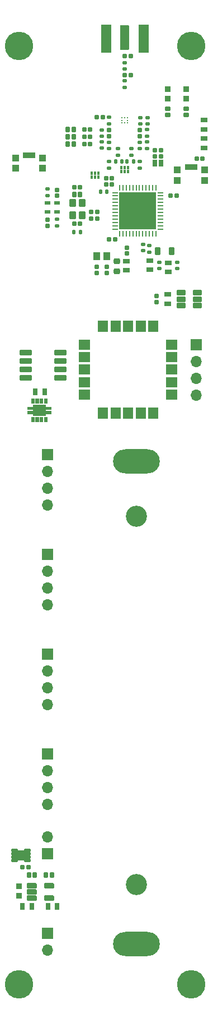
<source format=gbr>
%TF.GenerationSoftware,KiCad,Pcbnew,8.0.3*%
%TF.CreationDate,2024-07-11T13:48:36-07:00*%
%TF.ProjectId,radioboard_dev,72616469-6f62-46f6-9172-645f6465762e,rev?*%
%TF.SameCoordinates,Original*%
%TF.FileFunction,Soldermask,Top*%
%TF.FilePolarity,Negative*%
%FSLAX46Y46*%
G04 Gerber Fmt 4.6, Leading zero omitted, Abs format (unit mm)*
G04 Created by KiCad (PCBNEW 8.0.3) date 2024-07-11 13:48:36*
%MOMM*%
%LPD*%
G01*
G04 APERTURE LIST*
G04 Aperture macros list*
%AMRoundRect*
0 Rectangle with rounded corners*
0 $1 Rounding radius*
0 $2 $3 $4 $5 $6 $7 $8 $9 X,Y pos of 4 corners*
0 Add a 4 corners polygon primitive as box body*
4,1,4,$2,$3,$4,$5,$6,$7,$8,$9,$2,$3,0*
0 Add four circle primitives for the rounded corners*
1,1,$1+$1,$2,$3*
1,1,$1+$1,$4,$5*
1,1,$1+$1,$6,$7*
1,1,$1+$1,$8,$9*
0 Add four rect primitives between the rounded corners*
20,1,$1+$1,$2,$3,$4,$5,0*
20,1,$1+$1,$4,$5,$6,$7,0*
20,1,$1+$1,$6,$7,$8,$9,0*
20,1,$1+$1,$8,$9,$2,$3,0*%
G04 Aperture macros list end*
%ADD10C,0.010000*%
%ADD11RoundRect,0.102000X0.450000X0.650000X-0.450000X0.650000X-0.450000X-0.650000X0.450000X-0.650000X0*%
%ADD12RoundRect,0.059250X0.422750X0.177750X-0.422750X0.177750X-0.422750X-0.177750X0.422750X-0.177750X0*%
%ADD13RoundRect,0.140000X-0.170000X0.140000X-0.170000X-0.140000X0.170000X-0.140000X0.170000X0.140000X0*%
%ADD14RoundRect,0.050000X-0.320000X0.445000X-0.320000X-0.445000X0.320000X-0.445000X0.320000X0.445000X0*%
%ADD15RoundRect,0.140000X0.170000X-0.140000X0.170000X0.140000X-0.170000X0.140000X-0.170000X-0.140000X0*%
%ADD16RoundRect,0.050000X0.255000X-0.280000X0.255000X0.280000X-0.255000X0.280000X-0.255000X-0.280000X0*%
%ADD17RoundRect,0.147500X0.172500X-0.147500X0.172500X0.147500X-0.172500X0.147500X-0.172500X-0.147500X0*%
%ADD18RoundRect,0.140000X0.140000X0.170000X-0.140000X0.170000X-0.140000X-0.170000X0.140000X-0.170000X0*%
%ADD19RoundRect,0.050000X-0.255000X0.280000X-0.255000X-0.280000X0.255000X-0.280000X0.255000X0.280000X0*%
%ADD20RoundRect,0.050000X0.150000X0.200000X-0.150000X0.200000X-0.150000X-0.200000X0.150000X-0.200000X0*%
%ADD21RoundRect,0.050000X-0.255000X0.350000X-0.255000X-0.350000X0.255000X-0.350000X0.255000X0.350000X0*%
%ADD22RoundRect,0.050000X-0.635000X1.800000X-0.635000X-1.800000X0.635000X-1.800000X0.635000X1.800000X0*%
%ADD23RoundRect,0.050000X-0.675000X2.100000X-0.675000X-2.100000X0.675000X-2.100000X0.675000X2.100000X0*%
%ADD24RoundRect,0.050000X-0.280000X-0.255000X0.280000X-0.255000X0.280000X0.255000X-0.280000X0.255000X0*%
%ADD25R,0.990600X1.244600*%
%ADD26RoundRect,0.147500X-0.172500X0.147500X-0.172500X-0.147500X0.172500X-0.147500X0.172500X0.147500X0*%
%ADD27R,1.700000X1.700000*%
%ADD28O,1.700000X1.700000*%
%ADD29RoundRect,0.050000X0.255000X-0.350000X0.255000X0.350000X-0.255000X0.350000X-0.255000X-0.350000X0*%
%ADD30RoundRect,0.218750X0.256250X-0.218750X0.256250X0.218750X-0.256250X0.218750X-0.256250X-0.218750X0*%
%ADD31RoundRect,0.050000X0.445000X0.320000X-0.445000X0.320000X-0.445000X-0.320000X0.445000X-0.320000X0*%
%ADD32RoundRect,0.135000X0.185000X-0.135000X0.185000X0.135000X-0.185000X0.135000X-0.185000X-0.135000X0*%
%ADD33R,1.803400X1.498600*%
%ADD34R,1.498600X1.803400*%
%ADD35C,3.200000*%
%ADD36O,7.084000X3.644000*%
%ADD37RoundRect,0.050000X-0.500000X-0.320000X0.500000X-0.320000X0.500000X0.320000X-0.500000X0.320000X0*%
%ADD38RoundRect,0.050000X0.320000X-0.445000X0.320000X0.445000X-0.320000X0.445000X-0.320000X-0.445000X0*%
%ADD39RoundRect,0.050000X-0.450000X-0.500000X0.450000X-0.500000X0.450000X0.500000X-0.450000X0.500000X0*%
%ADD40RoundRect,0.050000X-0.850000X-0.400000X0.850000X-0.400000X0.850000X0.400000X-0.850000X0.400000X0*%
%ADD41RoundRect,0.050000X0.280000X0.255000X-0.280000X0.255000X-0.280000X-0.255000X0.280000X-0.255000X0*%
%ADD42RoundRect,0.140000X-0.140000X-0.170000X0.140000X-0.170000X0.140000X0.170000X-0.140000X0.170000X0*%
%ADD43RoundRect,0.050000X0.400000X-0.400000X0.400000X0.400000X-0.400000X0.400000X-0.400000X-0.400000X0*%
%ADD44RoundRect,0.050000X0.400000X0.400000X-0.400000X0.400000X-0.400000X-0.400000X0.400000X-0.400000X0*%
%ADD45R,0.254000X0.254000*%
%ADD46C,4.300000*%
%ADD47R,0.863600X0.609600*%
%ADD48RoundRect,0.050000X0.350000X0.255000X-0.350000X0.255000X-0.350000X-0.255000X0.350000X-0.255000X0*%
%ADD49RoundRect,0.050000X-0.150000X-0.200000X0.150000X-0.200000X0.150000X0.200000X-0.150000X0.200000X0*%
%ADD50RoundRect,0.102000X-0.635000X-0.279400X0.635000X-0.279400X0.635000X0.279400X-0.635000X0.279400X0*%
%ADD51RoundRect,0.218750X-0.218750X-0.381250X0.218750X-0.381250X0.218750X0.381250X-0.218750X0.381250X0*%
%ADD52RoundRect,0.147500X-0.147500X-0.172500X0.147500X-0.172500X0.147500X0.172500X-0.147500X0.172500X0*%
%ADD53RoundRect,0.102000X-0.400000X0.450000X-0.400000X-0.450000X0.400000X-0.450000X0.400000X0.450000X0*%
%ADD54RoundRect,0.050000X-0.325000X-0.450000X0.325000X-0.450000X0.325000X0.450000X-0.325000X0.450000X0*%
%ADD55RoundRect,0.050000X-0.400000X0.400000X-0.400000X-0.400000X0.400000X-0.400000X0.400000X0.400000X0*%
%ADD56RoundRect,0.050000X-0.400000X-0.400000X0.400000X-0.400000X0.400000X0.400000X-0.400000X0.400000X0*%
%ADD57RoundRect,0.062500X0.375000X0.062500X-0.375000X0.062500X-0.375000X-0.062500X0.375000X-0.062500X0*%
%ADD58RoundRect,0.062500X0.062500X0.375000X-0.062500X0.375000X-0.062500X-0.375000X0.062500X-0.375000X0*%
%ADD59R,5.600000X5.600000*%
%ADD60RoundRect,0.050000X0.500000X0.320000X-0.500000X0.320000X-0.500000X-0.320000X0.500000X-0.320000X0*%
%ADD61RoundRect,0.098000X0.609000X0.294000X-0.609000X0.294000X-0.609000X-0.294000X0.609000X-0.294000X0*%
%ADD62RoundRect,0.101750X0.825250X0.305250X-0.825250X0.305250X-0.825250X-0.305250X0.825250X-0.305250X0*%
%ADD63RoundRect,0.050000X-0.445000X-0.320000X0.445000X-0.320000X0.445000X0.320000X-0.445000X0.320000X0*%
G04 APERTURE END LIST*
D10*
%TO.C,U12*%
X27500000Y-82970000D02*
X27050000Y-82970000D01*
X27050000Y-82230000D01*
X27500000Y-82230000D01*
X27500000Y-82970000D01*
G36*
X27500000Y-82970000D02*
G01*
X27050000Y-82970000D01*
X27050000Y-82230000D01*
X27500000Y-82230000D01*
X27500000Y-82970000D01*
G37*
X27500000Y-85770000D02*
X27050000Y-85770000D01*
X27050000Y-85030000D01*
X27500000Y-85030000D01*
X27500000Y-85770000D01*
G36*
X27500000Y-85770000D02*
G01*
X27050000Y-85770000D01*
X27050000Y-85030000D01*
X27500000Y-85030000D01*
X27500000Y-85770000D01*
G37*
X28150000Y-82970000D02*
X27700000Y-82970000D01*
X27700000Y-82230000D01*
X28150000Y-82230000D01*
X28150000Y-82970000D01*
G36*
X28150000Y-82970000D02*
G01*
X27700000Y-82970000D01*
X27700000Y-82230000D01*
X28150000Y-82230000D01*
X28150000Y-82970000D01*
G37*
X28150000Y-85770000D02*
X27700000Y-85770000D01*
X27700000Y-85030000D01*
X28150000Y-85030000D01*
X28150000Y-85770000D01*
G36*
X28150000Y-85770000D02*
G01*
X27700000Y-85770000D01*
X27700000Y-85030000D01*
X28150000Y-85030000D01*
X28150000Y-85770000D01*
G37*
X28800000Y-82970000D02*
X28350000Y-82970000D01*
X28350000Y-82230000D01*
X28800000Y-82230000D01*
X28800000Y-82970000D01*
G36*
X28800000Y-82970000D02*
G01*
X28350000Y-82970000D01*
X28350000Y-82230000D01*
X28800000Y-82230000D01*
X28800000Y-82970000D01*
G37*
X28800000Y-85770000D02*
X28350000Y-85770000D01*
X28350000Y-85030000D01*
X28800000Y-85030000D01*
X28800000Y-85770000D01*
G36*
X28800000Y-85770000D02*
G01*
X28350000Y-85770000D01*
X28350000Y-85030000D01*
X28800000Y-85030000D01*
X28800000Y-85770000D01*
G37*
X29450000Y-82970000D02*
X29000000Y-82970000D01*
X29000000Y-82230000D01*
X29450000Y-82230000D01*
X29450000Y-82970000D01*
G36*
X29450000Y-82970000D02*
G01*
X29000000Y-82970000D01*
X29000000Y-82230000D01*
X29450000Y-82230000D01*
X29450000Y-82970000D01*
G37*
X29450000Y-85770000D02*
X29000000Y-85770000D01*
X29000000Y-85030000D01*
X29450000Y-85030000D01*
X29450000Y-85770000D01*
G36*
X29450000Y-85770000D02*
G01*
X29000000Y-85770000D01*
X29000000Y-85030000D01*
X29450000Y-85030000D01*
X29450000Y-85770000D01*
G37*
X29195000Y-83490000D02*
X30020000Y-83490000D01*
X30020000Y-83860000D01*
X29195000Y-83860000D01*
X29195000Y-84140000D01*
X30020000Y-84140000D01*
X30020000Y-84510000D01*
X29195000Y-84510000D01*
X29195000Y-84820000D01*
X27305000Y-84820000D01*
X27305000Y-84510000D01*
X26480000Y-84510000D01*
X26480000Y-84140000D01*
X27305000Y-84140000D01*
X27305000Y-83860000D01*
X26480000Y-83860000D01*
X26480000Y-83490000D01*
X27305000Y-83490000D01*
X27305000Y-83180000D01*
X29195000Y-83180000D01*
X29195000Y-83490000D01*
G36*
X29195000Y-83490000D02*
G01*
X30020000Y-83490000D01*
X30020000Y-83860000D01*
X29195000Y-83860000D01*
X29195000Y-84140000D01*
X30020000Y-84140000D01*
X30020000Y-84510000D01*
X29195000Y-84510000D01*
X29195000Y-84820000D01*
X27305000Y-84820000D01*
X27305000Y-84510000D01*
X26480000Y-84510000D01*
X26480000Y-84140000D01*
X27305000Y-84140000D01*
X27305000Y-83860000D01*
X26480000Y-83860000D01*
X26480000Y-83490000D01*
X27305000Y-83490000D01*
X27305000Y-83180000D01*
X29195000Y-83180000D01*
X29195000Y-83490000D01*
G37*
%TD*%
D11*
%TO.C,U11*%
X25500000Y-151250000D03*
D12*
X24515000Y-152000000D03*
X24515000Y-151500000D03*
X24515000Y-151000000D03*
X24515000Y-150500000D03*
X26485000Y-150500000D03*
X26485000Y-151000000D03*
X26485000Y-151500000D03*
X26485000Y-152000000D03*
%TD*%
D13*
%TO.C,C11*%
X37750000Y-41670000D03*
X37750000Y-42630000D03*
%TD*%
D14*
%TO.C,C3*%
X31000000Y-159000000D03*
X29600000Y-159000000D03*
%TD*%
D15*
%TO.C,C82*%
X46500000Y-62660000D03*
X46500000Y-61700000D03*
%TD*%
D16*
%TO.C,C10*%
X48150000Y-51650000D03*
X49050000Y-51650000D03*
%TD*%
%TO.C,C76*%
X38400000Y-49900000D03*
X39300000Y-49900000D03*
%TD*%
D17*
%TO.C,L3*%
X38850000Y-40760000D03*
X38850000Y-39790000D03*
%TD*%
D16*
%TO.C,C7*%
X37875000Y-39800000D03*
X36975000Y-39800000D03*
%TD*%
D18*
%TO.C,C25*%
X42530000Y-46450000D03*
X41570000Y-46450000D03*
%TD*%
D17*
%TO.C,L9*%
X38850000Y-47435000D03*
X38850000Y-46465000D03*
%TD*%
D19*
%TO.C,C6*%
X42150000Y-33450000D03*
X41250000Y-33450000D03*
%TD*%
D20*
%TO.C,U4*%
X41700000Y-47350000D03*
X41200000Y-47350000D03*
X40700000Y-47350000D03*
X40700000Y-47950000D03*
X41200000Y-47950000D03*
X41700000Y-47950000D03*
%TD*%
D13*
%TO.C,C2*%
X41250000Y-34270000D03*
X41250000Y-35230000D03*
%TD*%
D21*
%TO.C,R3*%
X27609200Y-154250000D03*
X26709200Y-154250000D03*
%TD*%
D22*
%TO.C,CN12*%
X41250000Y-27700000D03*
D23*
X44075000Y-27900000D03*
X38425000Y-27900000D03*
%TD*%
D13*
%TO.C,C18*%
X44000000Y-58970000D03*
X44000000Y-59930000D03*
%TD*%
D24*
%TO.C,C44*%
X38500000Y-62375000D03*
X38500000Y-63275000D03*
%TD*%
D25*
%TO.C,XTAL2*%
X38500000Y-60748600D03*
X37001400Y-60748600D03*
%TD*%
D26*
%TO.C,L2*%
X41250000Y-31515000D03*
X41250000Y-32485000D03*
%TD*%
D19*
%TO.C,C5*%
X42150000Y-30500000D03*
X41250000Y-30500000D03*
%TD*%
D27*
%TO.C,J5*%
X29500000Y-120893332D03*
D28*
X29500000Y-123433332D03*
X29500000Y-125973332D03*
X29500000Y-128513332D03*
%TD*%
D29*
%TO.C,R2*%
X33575000Y-51450000D03*
X34475000Y-51450000D03*
%TD*%
D24*
%TO.C,C43*%
X37000000Y-62374300D03*
X37000000Y-63274300D03*
%TD*%
D15*
%TO.C,C8*%
X44675000Y-40780000D03*
X44675000Y-39820000D03*
%TD*%
D30*
%TO.C,L1*%
X39985000Y-63075000D03*
X39985000Y-61500000D03*
%TD*%
D19*
%TO.C,C71*%
X36000000Y-42700000D03*
X35100000Y-42700000D03*
%TD*%
D31*
%TO.C,C35*%
X47800000Y-63140000D03*
X47800000Y-61740000D03*
%TD*%
D32*
%TO.C,R6*%
X31000000Y-56210000D03*
X31000000Y-55190000D03*
%TD*%
D33*
%TO.C,U2*%
X35149998Y-74099998D03*
X35149998Y-75999999D03*
X35149998Y-77899998D03*
X35149998Y-79799997D03*
X35149998Y-81699998D03*
D34*
X37950000Y-84500000D03*
X39850001Y-84500000D03*
X41750000Y-84500000D03*
X43649999Y-84500000D03*
X45550000Y-84500000D03*
D33*
X48350002Y-81699998D03*
X48350002Y-79799997D03*
X48350002Y-77899998D03*
X48350002Y-75999999D03*
X48350002Y-74099998D03*
D34*
X45550000Y-71299996D03*
X43649999Y-71299996D03*
X41750000Y-71299996D03*
X39850001Y-71299996D03*
X37950000Y-71299996D03*
%TD*%
D13*
%TO.C,C14*%
X44625000Y-41645000D03*
X44625000Y-42605000D03*
%TD*%
D19*
%TO.C,C72*%
X36000000Y-43800000D03*
X35100000Y-43800000D03*
%TD*%
D17*
%TO.C,L4*%
X43550000Y-40810000D03*
X43550000Y-39840000D03*
%TD*%
%TO.C,L7*%
X40175000Y-45485000D03*
X40175000Y-44515000D03*
%TD*%
D28*
%TO.C,J3*%
X52070000Y-81719998D03*
X52070000Y-79179998D03*
X52070000Y-76639998D03*
D27*
X52070000Y-74099998D03*
%TD*%
D35*
%TO.C,BT1*%
X43000000Y-100030000D03*
X43000000Y-155640000D03*
D36*
X43000000Y-91750000D03*
X43000000Y-164650000D03*
%TD*%
D37*
%TO.C,R26*%
X53250000Y-40200000D03*
X53250000Y-41600000D03*
%TD*%
D19*
%TO.C,C77*%
X37050000Y-55100000D03*
X36150000Y-55100000D03*
%TD*%
D38*
%TO.C,C1*%
X27675000Y-81250000D03*
X29075000Y-81250000D03*
%TD*%
D17*
%TO.C,L10*%
X43525000Y-47435000D03*
X43525000Y-46465000D03*
%TD*%
D39*
%TO.C,B4*%
X53300000Y-47700000D03*
X53300000Y-49300000D03*
X49200000Y-47700000D03*
X49200000Y-49300000D03*
D40*
X51250000Y-47300000D03*
%TD*%
D41*
%TO.C,C13*%
X43525000Y-42600000D03*
X43525000Y-41700000D03*
%TD*%
D29*
%TO.C,R27*%
X32600000Y-43800000D03*
X33500000Y-43800000D03*
%TD*%
D42*
%TO.C,C24*%
X39870000Y-46450000D03*
X40830000Y-46450000D03*
%TD*%
D43*
%TO.C,LED1*%
X50500000Y-37000000D03*
D44*
X50500000Y-35500000D03*
%TD*%
D41*
%TO.C,C12*%
X38850000Y-42625000D03*
X38850000Y-41725000D03*
%TD*%
D45*
%TO.C,U8*%
X40800002Y-40625000D03*
X41200001Y-40625000D03*
X41600000Y-40625000D03*
X41593701Y-40231300D03*
X41600000Y-39837600D03*
X41200001Y-39837600D03*
X40800002Y-39837600D03*
X40806301Y-40231300D03*
%TD*%
D15*
%TO.C,C16*%
X44625000Y-44480000D03*
X44625000Y-43520000D03*
%TD*%
D41*
%TO.C,C38*%
X29500000Y-56150000D03*
X29500000Y-55250000D03*
%TD*%
D16*
%TO.C,C74*%
X38400000Y-49000000D03*
X39300000Y-49000000D03*
%TD*%
D31*
%TO.C,C85*%
X45000000Y-62800000D03*
X45000000Y-61400000D03*
%TD*%
D46*
%TO.C,REF\u002A\u002A*%
X25250000Y-29000000D03*
%TD*%
D47*
%TO.C,XTAL1*%
X29552200Y-52750000D03*
X29552200Y-54100000D03*
X31000000Y-54100000D03*
X31000000Y-52750000D03*
%TD*%
D16*
%TO.C,C79*%
X36150000Y-54100000D03*
X37050000Y-54100000D03*
%TD*%
D43*
%TO.C,LED2*%
X47750000Y-37000000D03*
D44*
X47750000Y-35500000D03*
%TD*%
D48*
%TO.C,R35*%
X50500000Y-39400000D03*
X50500000Y-38500000D03*
%TD*%
D49*
%TO.C,U3*%
X36250000Y-48800000D03*
X36750000Y-48800000D03*
X37250000Y-48800000D03*
X37250000Y-48200000D03*
X36750000Y-48200000D03*
X36250000Y-48200000D03*
%TD*%
D50*
%TO.C,U5*%
X27159200Y-155810200D03*
X27159200Y-156750000D03*
X27159200Y-157689800D03*
X29750000Y-157689800D03*
X29750000Y-155810200D03*
%TD*%
D51*
%TO.C,L13*%
X46181500Y-60000000D03*
X48306500Y-60000000D03*
%TD*%
D13*
%TO.C,C80*%
X44958000Y-59182000D03*
X44958000Y-60142000D03*
%TD*%
D46*
%TO.C,REF\u002A\u002A*%
X51250000Y-29000000D03*
%TD*%
D27*
%TO.C,J4*%
X29500000Y-135965000D03*
D28*
X29500000Y-138505000D03*
X29500000Y-141045000D03*
X29500000Y-143585000D03*
%TD*%
D13*
%TO.C,C37*%
X49200000Y-61700000D03*
X49200000Y-62660000D03*
%TD*%
D41*
%TO.C,C32*%
X46000000Y-67700000D03*
X46000000Y-66800000D03*
%TD*%
%TO.C,C28*%
X41535000Y-60350000D03*
X41535000Y-59450000D03*
%TD*%
D52*
%TO.C,L12*%
X33530000Y-57100000D03*
X34500000Y-57100000D03*
%TD*%
D17*
%TO.C,L5*%
X38875000Y-44510000D03*
X38875000Y-43540000D03*
%TD*%
D53*
%TO.C,Y1*%
X34750000Y-54600000D03*
X34750000Y-52750000D03*
X33300000Y-52750000D03*
X33300000Y-54600000D03*
%TD*%
D46*
%TO.C,REF\u002A\u002A*%
X25250000Y-170750000D03*
%TD*%
D27*
%TO.C,J1*%
X29500000Y-163000000D03*
D28*
X29500000Y-165540000D03*
%TD*%
D24*
%TO.C,C19*%
X45775000Y-44775000D03*
X45775000Y-45675000D03*
%TD*%
D27*
%TO.C,J9*%
X29500000Y-105821666D03*
D28*
X29500000Y-108361666D03*
X29500000Y-110901666D03*
X29500000Y-113441666D03*
%TD*%
D31*
%TO.C,C26*%
X41485000Y-62900000D03*
X41485000Y-61500000D03*
%TD*%
D19*
%TO.C,C73*%
X36000000Y-41600000D03*
X35100000Y-41600000D03*
%TD*%
D54*
%TO.C,L11*%
X45750000Y-46725000D03*
X46700000Y-46725000D03*
%TD*%
D17*
%TO.C,L8*%
X42225000Y-45485000D03*
X42225000Y-44515000D03*
%TD*%
D55*
%TO.C,LED4*%
X25250000Y-155900000D03*
D56*
X25250000Y-157400000D03*
%TD*%
D19*
%TO.C,C9*%
X26650000Y-153000000D03*
X25750000Y-153000000D03*
%TD*%
D57*
%TO.C,U10*%
X46637500Y-56650000D03*
X46637500Y-56150000D03*
X46637500Y-55650000D03*
X46637500Y-55150000D03*
X46637500Y-54650000D03*
X46637500Y-54150000D03*
X46637500Y-53650000D03*
X46637500Y-53150000D03*
X46637500Y-52650000D03*
X46637500Y-52150000D03*
X46637500Y-51650000D03*
X46637500Y-51150000D03*
D58*
X45950000Y-50462500D03*
X45450000Y-50462500D03*
X44950000Y-50462500D03*
X44450000Y-50462500D03*
X43950000Y-50462500D03*
X43450000Y-50462500D03*
X42950000Y-50462500D03*
X42450000Y-50462500D03*
X41950000Y-50462500D03*
X41450000Y-50462500D03*
X40950000Y-50462500D03*
X40450000Y-50462500D03*
D57*
X39762500Y-51150000D03*
X39762500Y-51650000D03*
X39762500Y-52150000D03*
X39762500Y-52650000D03*
X39762500Y-53150000D03*
X39762500Y-53650000D03*
X39762500Y-54150000D03*
X39762500Y-54650000D03*
X39762500Y-55150000D03*
X39762500Y-55650000D03*
X39762500Y-56150000D03*
X39762500Y-56650000D03*
D58*
X40450000Y-57337500D03*
X40950000Y-57337500D03*
X41450000Y-57337500D03*
X41950000Y-57337500D03*
X42450000Y-57337500D03*
X42950000Y-57337500D03*
X43450000Y-57337500D03*
X43950000Y-57337500D03*
X44450000Y-57337500D03*
X44950000Y-57337500D03*
X45450000Y-57337500D03*
X45950000Y-57337500D03*
D59*
X43200000Y-53900000D03*
%TD*%
D42*
%TO.C,C78*%
X37540000Y-51000000D03*
X38500000Y-51000000D03*
%TD*%
D38*
%TO.C,C4*%
X25754600Y-159000000D03*
X27154600Y-159000000D03*
%TD*%
D17*
%TO.C,L6*%
X43525000Y-44535000D03*
X43525000Y-43565000D03*
%TD*%
D19*
%TO.C,C27*%
X34475000Y-55850000D03*
X33575000Y-55850000D03*
%TD*%
D48*
%TO.C,R34*%
X47750000Y-39400000D03*
X47750000Y-38500000D03*
%TD*%
D19*
%TO.C,C31*%
X34475000Y-50350000D03*
X33575000Y-50350000D03*
%TD*%
D27*
%TO.C,J2*%
X29500000Y-151040000D03*
D28*
X29500000Y-148500000D03*
%TD*%
D19*
%TO.C,C23*%
X39750000Y-58250000D03*
X38850000Y-58250000D03*
%TD*%
D21*
%TO.C,R29*%
X33500000Y-41600000D03*
X32600000Y-41600000D03*
%TD*%
D60*
%TO.C,R4*%
X53250000Y-44400000D03*
X53250000Y-43000000D03*
%TD*%
D24*
%TO.C,C30*%
X31000000Y-50750000D03*
X31000000Y-51650000D03*
%TD*%
D41*
%TO.C,C20*%
X46675000Y-45675000D03*
X46675000Y-44775000D03*
%TD*%
D15*
%TO.C,C15*%
X37750000Y-44455000D03*
X37750000Y-43495000D03*
%TD*%
D61*
%TO.C,U1*%
X52255000Y-68200000D03*
X52255000Y-67250000D03*
X52255000Y-66300000D03*
X49745000Y-66300000D03*
X49745000Y-67250000D03*
X49745000Y-68200000D03*
%TD*%
D16*
%TO.C,C67*%
X52100000Y-46000000D03*
X53000000Y-46000000D03*
%TD*%
D29*
%TO.C,R28*%
X32600000Y-42700000D03*
X33500000Y-42700000D03*
%TD*%
D62*
%TO.C,U13*%
X31510000Y-79155000D03*
X31510000Y-77885000D03*
X31510000Y-76615000D03*
X31510000Y-75345000D03*
X26240000Y-75345000D03*
X26240000Y-76615000D03*
X26240000Y-77885000D03*
X26240000Y-79155000D03*
%TD*%
D27*
%TO.C,J6*%
X29500000Y-90750000D03*
D28*
X29500000Y-93290000D03*
X29500000Y-95830000D03*
X29500000Y-98370000D03*
%TD*%
D63*
%TO.C,C29*%
X47750000Y-66550000D03*
X47750000Y-67950000D03*
%TD*%
D46*
%TO.C,REF\u002A\u002A*%
X51250000Y-170750000D03*
%TD*%
D39*
%TO.C,B1*%
X28800000Y-45900000D03*
X28800000Y-47500000D03*
X24700000Y-45900000D03*
X24700000Y-47500000D03*
D40*
X26750000Y-45500000D03*
%TD*%
D21*
%TO.C,R1*%
X30200000Y-154250000D03*
X29300000Y-154250000D03*
%TD*%
D32*
%TO.C,R5*%
X29540200Y-51587400D03*
X29540200Y-50567400D03*
%TD*%
M02*

</source>
